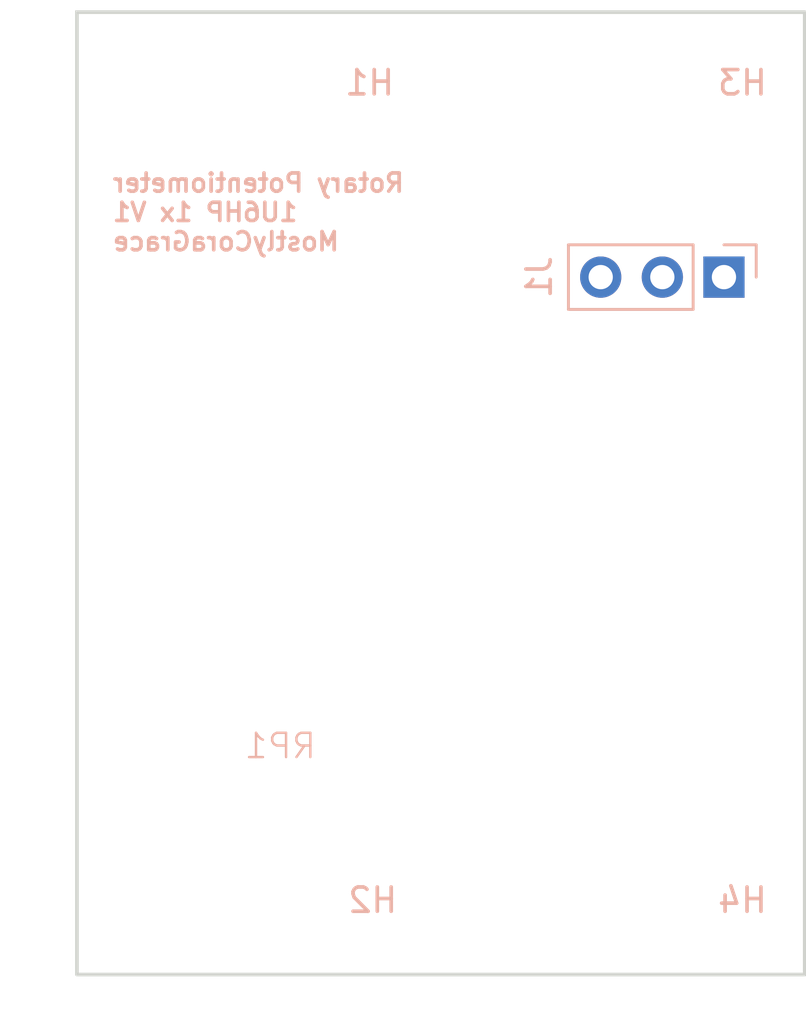
<source format=kicad_pcb>
(kicad_pcb (version 20240108) (generator "pcbnew") (generator_version "8.0")
  (layers (0 "F.Cu" signal) (31 "B.Cu" signal) (34 "B.Paste" user) (35 "F.Paste" user) (36 "B.SilkS" user "B.Silkscreen") (37 "F.SilkS" user "F.Silkscreen") (38 "B.Mask" user) (39 "F.Mask" user) (44 "Edge.Cuts" user))
  (net 0 "")
  (footprint "EXC:Rotary_Potentiometer_M7_Panel_Mount" (layer "F.Cu") (at 11.43 23.495)
    (property "Reference" "RP1" (at -3.048 9.144 -0) (layer "B.SilkS") (effects (font (thickness 0.1)) (justify mirror)))
    (property "Value" "M7_Panel_Mount_Rotary_Potentiometer")
    (pad "" np_thru_hole circle (at 0 0) (size 7.5 7.5) (drill 7.5) (layers "F&B.Cu" "*.Mask"))
    (pad "" np_thru_hole circle (at 0 7.8) (size 3 3) (drill 3) (layers "F&B.Cu" "*.Mask"))
  )
  (footprint "MountingHole:MountingHole_3.2mm_M3" (layer "B.Cu") (at 7.61968 39.05 180)
    (property "Reference" "H2" (at -4.57168 0.061 0) (layer "B.SilkS") (effects (justify mirror)))
    (property "Value" "MountingHole")
    (pad "" np_thru_hole oval (at 0 0 180) (size 4.8 3.2) (drill oval 4.8 3.2) (layers "F&B.Cu" "*.Mask"))
  )
  (footprint "MountingHole:MountingHole_3.2mm_M3" (layer "B.Cu") (at 7.61968 5.4 180)
    (property "Reference" "H1" (at -4.44468 0.066 0) (layer "B.SilkS") (effects (justify mirror)))
    (property "Value" "MountingHole")
    (pad "" np_thru_hole oval (at 0 0 180) (size 4.8 3.2) (drill oval 4.8 3.2) (layers "F&B.Cu" "*.Mask"))
  )
  (footprint "Connector_PinSocket_2.54mm:PinSocket_1x03_P2.54mm_Vertical" (layer "B.Cu") (at 26.67 13.335 90)
    (property "Reference" "J1" (at 0 -7.62 90) (layer "B.SilkS") (effects (justify mirror)))
    (property "Value" "Conn_01x03_Socket")
    (fp_line (start 1.33 -6.41) (end -1.33 -6.41) (stroke (width 0.12)) (layer "B.SilkS"))
    (fp_line (start 1.33 -6.41) (end 1.33 -1.27) (stroke (width 0.12)) (layer "B.SilkS"))
    (fp_line (start -1.33 -6.41) (end -1.33 -1.27) (stroke (width 0.12)) (layer "B.SilkS"))
    (fp_line (start 1.33 -1.27) (end -1.33 -1.27) (stroke (width 0.12)) (layer "B.SilkS"))
    (fp_line (start 1.33 0) (end 1.33 1.33) (stroke (width 0.12)) (layer "B.SilkS"))
    (fp_line (start 1.33 1.33) (end 0 1.33) (stroke (width 0.12)) (layer "B.SilkS"))
    (pad "1" thru_hole rect (at 0 0 90) (size 1.7 1.7) (drill 1) (layers "*.Cu" "*.Mask"))
    (pad "2" thru_hole oval (at 0 -2.54 90) (size 1.7 1.7) (drill 1) (layers "*.Cu" "*.Mask"))
    (pad "3" thru_hole oval (at 0 -5.08 90) (size 1.7 1.7) (drill 1) (layers "*.Cu" "*.Mask"))
  )
  (footprint "MountingHole:MountingHole_3.2mm_M3" (layer "B.Cu") (at 22.8597 5.4 180)
    (property "Reference" "H3" (at -4.5717 0.066 0) (layer "B.SilkS") (effects (justify mirror)))
    (property "Value" "MountingHole")
    (pad "" np_thru_hole oval (at 0 0 180) (size 4.8 3.2) (drill oval 4.8 3.2) (layers "F&B.Cu" "*.Mask"))
  )
  (footprint "MountingHole:MountingHole_3.2mm_M3" (layer "B.Cu") (at 22.8597 39.05 180)
    (property "Reference" "H4" (at -4.5717 0.061 0) (layer "B.SilkS") (effects (justify mirror)))
    (property "Value" "MountingHole")
    (pad "" np_thru_hole oval (at 0 0 180) (size 4.8 3.2) (drill oval 4.8 3.2) (layers "F&B.Cu" "*.Mask"))
  )
  (gr_rect (start 0 2.425) (end 30 42.05) (stroke (width 0.15)) (fill none) (layer "Edge.Cuts"))
  (gr_text "Rotary Potentiometer\n1U6HP 1x V1\nMostlyCoraGrace" (at 1.397 9.017 0) (layer "B.SilkS") (effects (font (size 0.75 0.75) (thickness 0.15) (bold yes)) (justify right top mirror)))
)
</source>
